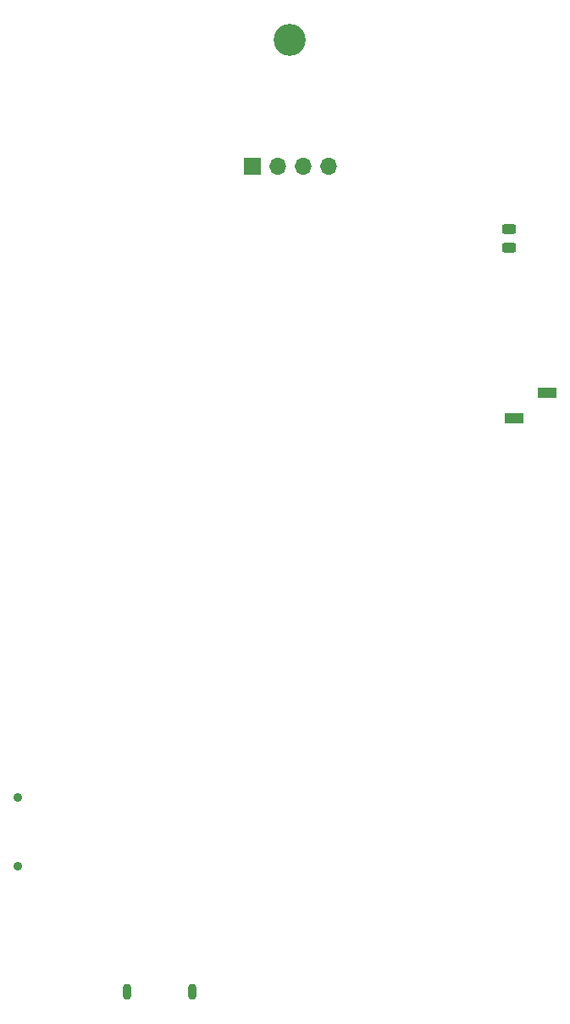
<source format=gbr>
%TF.GenerationSoftware,KiCad,Pcbnew,8.0.4-8.0.4-0~ubuntu22.04.1*%
%TF.CreationDate,2024-08-28T20:52:20+02:00*%
%TF.ProjectId,defcon32_badge,64656663-6f6e-4333-925f-62616467652e,rev?*%
%TF.SameCoordinates,Original*%
%TF.FileFunction,Soldermask,Bot*%
%TF.FilePolarity,Negative*%
%FSLAX46Y46*%
G04 Gerber Fmt 4.6, Leading zero omitted, Abs format (unit mm)*
G04 Created by KiCad (PCBNEW 8.0.4-8.0.4-0~ubuntu22.04.1) date 2024-08-28 20:52:20*
%MOMM*%
%LPD*%
G01*
G04 APERTURE LIST*
G04 Aperture macros list*
%AMRoundRect*
0 Rectangle with rounded corners*
0 $1 Rounding radius*
0 $2 $3 $4 $5 $6 $7 $8 $9 X,Y pos of 4 corners*
0 Add a 4 corners polygon primitive as box body*
4,1,4,$2,$3,$4,$5,$6,$7,$8,$9,$2,$3,0*
0 Add four circle primitives for the rounded corners*
1,1,$1+$1,$2,$3*
1,1,$1+$1,$4,$5*
1,1,$1+$1,$6,$7*
1,1,$1+$1,$8,$9*
0 Add four rect primitives between the rounded corners*
20,1,$1+$1,$2,$3,$4,$5,0*
20,1,$1+$1,$4,$5,$6,$7,0*
20,1,$1+$1,$6,$7,$8,$9,0*
20,1,$1+$1,$8,$9,$2,$3,0*%
G04 Aperture macros list end*
%ADD10O,0.900000X1.600000*%
%ADD11C,3.200000*%
%ADD12C,0.900000*%
%ADD13R,1.700000X1.700000*%
%ADD14O,1.700000X1.700000*%
%ADD15R,1.900000X1.000000*%
%ADD16RoundRect,0.243750X-0.456250X0.243750X-0.456250X-0.243750X0.456250X-0.243750X0.456250X0.243750X0*%
G04 APERTURE END LIST*
D10*
%TO.C,J2*%
X113550000Y-158800000D03*
X120150000Y-158800000D03*
%TD*%
D11*
%TO.C,H1*%
X129850000Y-63850000D03*
%TD*%
D12*
%TO.C,SW8*%
X102700000Y-139450000D03*
X102700000Y-146250000D03*
%TD*%
D13*
%TO.C,J1*%
X126100000Y-76475000D03*
D14*
X128640000Y-76475000D03*
X131180000Y-76475000D03*
X133720000Y-76475000D03*
%TD*%
D15*
%TO.C,J3*%
X155600000Y-99005000D03*
X152300000Y-101545000D03*
%TD*%
D16*
%TO.C,D5*%
X151800000Y-82725000D03*
X151800000Y-84600000D03*
%TD*%
M02*

</source>
